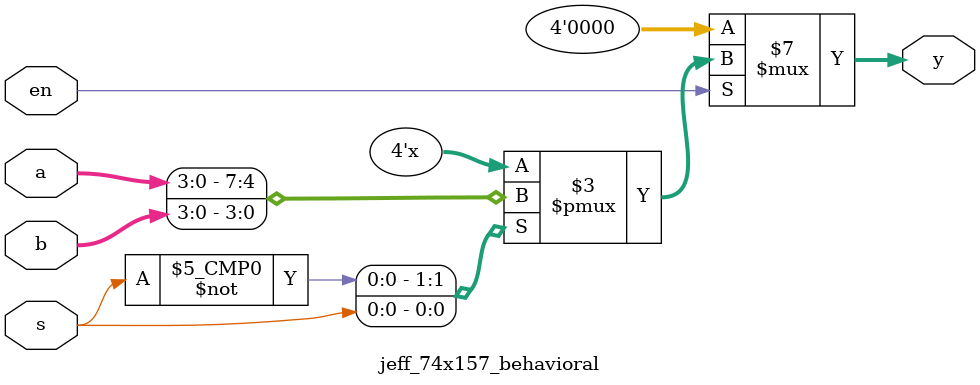
<source format=v>

    
module jeff_74x157_behavioral(
    input       [3:0] a,            // INPUT DATA A
    input       [3:0] b,            // INPUT DATA B
    input             s,            // SELECT
    input             en,           // ENABLE
    output reg  [3:0] y             // OUTPUT DATA
);

    // ALWAYS BLOCK with NON-BLOCKING PROCEDURAL ASSIGNMENT STATEMENT
    always @ ( * ) begin
        if (~en) begin
            y <= 4'h0;
        end else begin
            case(s)
                1'b0 : y <= a;
                1'b1 : y <= b;
            endcase
        end
    end

endmodule

</source>
